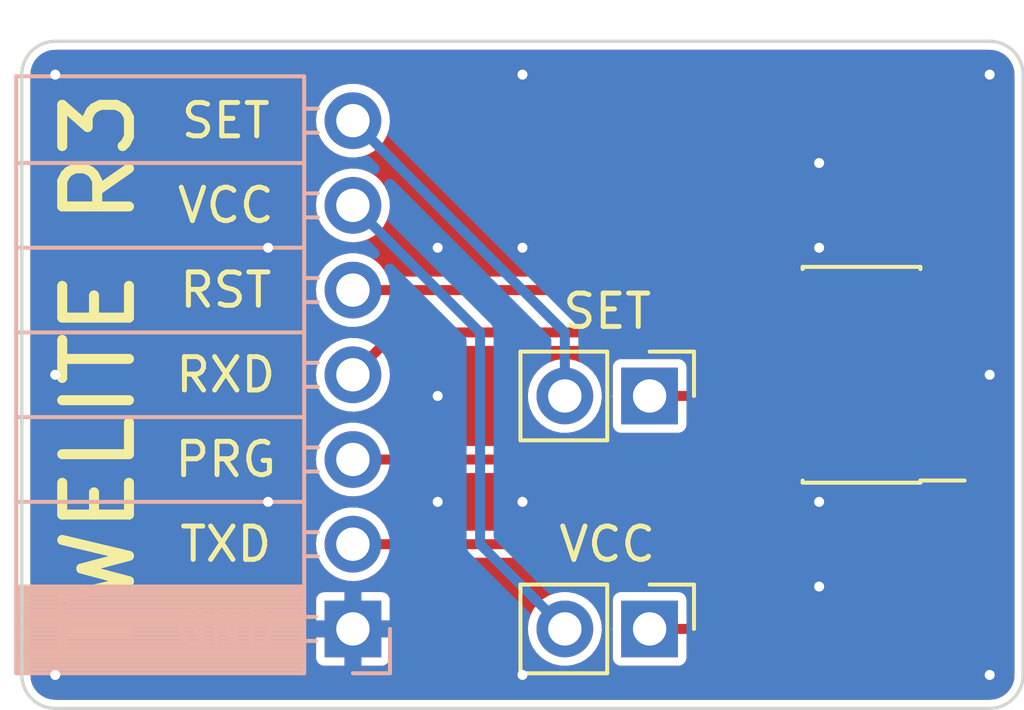
<source format=kicad_pcb>
(kicad_pcb (version 20211014) (generator pcbnew)
  (layers (0 "F.Cu" signal) (31 "B.Cu" signal) (34 "B.Paste" user) (35 "F.Paste" user) (36 "B.SilkS" user "B.Silkscreen") (37 "F.SilkS" user "F.Silkscreen") (38 "B.Mask" user) (39 "F.Mask" user) (44 "Edge.Cuts" user))
  (net 0 "")
  (net 1 "+3.3V")
  (net 2 "/TWE_PRG")
  (net 3 "GND")
  (net 4 "/TWE_SET")
  (net 5 "/TWE_TX")
  (net 7 "/TWE_RX")
  (net 8 "/TWE_RST")
  (net 9 "VCC")
  (net 10 "Net-(JP2-Pad2)")
  (footprint "Connector_PinHeader_2.54mm:PinHeader_1x02_P2.54mm_Vertical" (layer "F.Cu") (at 153.81 107.62 -90)
    (fp_text reference "JP1" hide)
    (fp_text value "VCC")
    (fp_line (start -1.33 3.87) (end 1.33 3.87) (layer "F.SilkS") (width 0.12))
    (fp_line (start -1.33 1.27) (end -1.33 3.87) (layer "F.SilkS") (width 0.12))
    (fp_line (start -1.33 1.27) (end 1.33 1.27) (layer "F.SilkS") (width 0.12))
    (fp_line (start -1.33 -1.33) (end 0 -1.33) (layer "F.SilkS") (width 0.12))
    (fp_line (start -1.33 0) (end -1.33 -1.33) (layer "F.SilkS") (width 0.12))
    (fp_line (start 1.33 1.27) (end 1.33 3.87) (layer "F.SilkS") (width 0.12))
    (pad "1" thru_hole rect (at 0 0 270) (size 1.7 1.7) (drill 1) (layers *.Cu *.Mask) (net 1 "+3.3V"))
    (pad "2" thru_hole oval (at 0 2.54 270) (size 1.7 1.7) (drill 1) (layers *.Cu *.Mask) (net 9 "VCC"))
  )
  (footprint "Connector_PinHeader_1.27mm:PinHeader_2x05_P1.27mm_Vertical_SMD" (layer "F.Cu") (at 160.16 100 180)
    (fp_text reference "J1" hide)
    (fp_text value "TWELITER")
    (fp_line (start 1.765 3.17) (end 1.765 3.235) (layer "F.SilkS") (width 0.12))
    (fp_line (start -1.765 3.17) (end -1.765 3.235) (layer "F.SilkS") (width 0.12))
    (fp_line (start 1.765 -3.235) (end 1.765 -3.17) (layer "F.SilkS") (width 0.12))
    (fp_line (start -1.765 3.235) (end 1.765 3.235) (layer "F.SilkS") (width 0.12))
    (fp_line (start -1.765 -3.235) (end -1.765 -3.17) (layer "F.SilkS") (width 0.12))
    (fp_line (start -1.765 -3.235) (end 1.765 -3.235) (layer "F.SilkS") (width 0.12))
    (fp_line (start -3.09 -3.17) (end -1.765 -3.17) (layer "F.SilkS") (width 0.12))
    (pad "1" smd rect (at -1.95 -2.54 180) (size 2.4 0.74) (layers "F.Cu" "F.Paste" "F.Mask") (net 1 "+3.3V"))
    (pad "2" smd rect (at 1.95 -2.54 180) (size 2.4 0.74) (layers "F.Cu" "F.Paste" "F.Mask") (net 2 "/TWE_PRG"))
    (pad "3" smd rect (at -1.95 -1.27 180) (size 2.4 0.74) (layers "F.Cu" "F.Paste" "F.Mask") (net 3 "GND"))
    (pad "4" smd rect (at 1.95 -1.27 180) (size 2.4 0.74) (layers "F.Cu" "F.Paste" "F.Mask") (net 4 "/TWE_SET"))
    (pad "5" smd rect (at -1.95 0 180) (size 2.4 0.74) (layers "F.Cu" "F.Paste" "F.Mask") (net 3 "GND"))
    (pad "6" smd rect (at 1.95 0 180) (size 2.4 0.74) (layers "F.Cu" "F.Paste" "F.Mask") (net 5 "/TWE_TX"))
    (pad "7" smd rect (at -1.95 1.27 180) (size 2.4 0.74) (layers "F.Cu" "F.Paste" "F.Mask"))
    (pad "8" smd rect (at 1.95 1.27 180) (size 2.4 0.74) (layers "F.Cu" "F.Paste" "F.Mask") (net 7 "/TWE_RX"))
    (pad "9" smd rect (at -1.95 2.54 180) (size 2.4 0.74) (layers "F.Cu" "F.Paste" "F.Mask") (net 3 "GND"))
    (pad "10" smd rect (at 1.95 2.54 180) (size 2.4 0.74) (layers "F.Cu" "F.Paste" "F.Mask") (net 8 "/TWE_RST"))
  )
  (footprint "Connector_PinHeader_2.54mm:PinHeader_1x02_P2.54mm_Vertical" (layer "F.Cu") (at 153.81 100.635 -90)
    (fp_text reference "JP2" hide)
    (fp_text value "SET")
    (fp_line (start 1.33 1.27) (end 1.33 3.87) (layer "F.SilkS") (width 0.12))
    (fp_line (start -1.33 1.27) (end -1.33 3.87) (layer "F.SilkS") (width 0.12))
    (fp_line (start -1.33 -1.33) (end 0 -1.33) (layer "F.SilkS") (width 0.12))
    (fp_line (start -1.33 3.87) (end 1.33 3.87) (layer "F.SilkS") (width 0.12))
    (fp_line (start -1.33 0) (end -1.33 -1.33) (layer "F.SilkS") (width 0.12))
    (fp_line (start -1.33 1.27) (end 1.33 1.27) (layer "F.SilkS") (width 0.12))
    (pad "1" thru_hole rect (at 0 0 270) (size 1.7 1.7) (drill 1) (layers *.Cu *.Mask) (net 4 "/TWE_SET"))
    (pad "2" thru_hole oval (at 0 2.54 270) (size 1.7 1.7) (drill 1) (layers *.Cu *.Mask) (net 10 "Net-(JP2-Pad2)"))
  )
  (footprint "Connector_PinSocket_2.54mm:PinSocket_1x07_P2.54mm_Horizontal" (layer "B.Cu") (at 144.92 107.62)
    (fp_text reference "U1" hide)
    (fp_text value "TWELITE_R3")
    (fp_line (start -10.09 -0.561425) (end -1.46 -0.561425) (layer "B.SilkS") (width 0.12))
    (fp_line (start -10.09 -13.97) (end -1.46 -13.97) (layer "B.SilkS") (width 0.12))
    (fp_line (start -10.09 0.02905) (end -1.46 0.02905) (layer "B.SilkS") (width 0.12))
    (fp_line (start -10.09 0.73762) (end -1.46 0.73762) (layer "B.SilkS") (width 0.12))
    (fp_line (start -1.46 -7.98) (end -1.05 -7.98) (layer "B.SilkS") (width 0.12))
    (fp_line (start -1.46 -15.6) (end -1.05 -15.6) (layer "B.SilkS") (width 0.12))
    (fp_line (start -10.09 -3.81) (end -1.46 -3.81) (layer "B.SilkS") (width 0.12))
    (fp_line (start -10.09 -11.43) (end -1.46 -11.43) (layer "B.SilkS") (width 0.12))
    (fp_line (start -1.46 -13.06) (end -1.05 -13.06) (layer "B.SilkS") (width 0.12))
    (fp_line (start -10.09 1.33) (end -10.09 -16.57) (layer "B.SilkS") (width 0.12))
    (fp_line (start -10.09 -0.20714) (end -1.46 -0.20714) (layer "B.SilkS") (width 0.12))
    (fp_line (start -1.46 -5.44) (end -1.05 -5.44) (layer "B.SilkS") (width 0.12))
    (fp_line (start 0 1.33) (end 1.11 1.33) (layer "B.SilkS") (width 0.12))
    (fp_line (start -10.09 -8.89) (end -1.46 -8.89) (layer "B.SilkS") (width 0.12))
    (fp_line (start -10.09 0.619525) (end -1.46 0.619525) (layer "B.SilkS") (width 0.12))
    (fp_line (start -10.09 -6.35) (end -1.46 -6.35) (layer "B.SilkS") (width 0.12))
    (fp_line (start -1.46 -0.36) (end -1.11 -0.36) (layer "B.SilkS") (width 0.12))
    (fp_line (start -10.09 -0.089045) (end -1.46 -0.089045) (layer "B.SilkS") (width 0.12))
    (fp_line (start -10.09 -0.44333) (end -1.46 -0.44333) (layer "B.SilkS") (width 0.12))
    (fp_line (start -10.09 1.091905) (end -1.46 1.091905) (layer "B.SilkS") (width 0.12))
    (fp_line (start -10.09 -1.27) (end -1.46 -1.27) (layer "B.SilkS") (width 0.12))
    (fp_line (start -1.46 -2.18) (end -1.05 -2.18) (layer "B.SilkS") (width 0.12))
    (fp_line (start -1.46 -10.52) (end -1.05 -10.52) (layer "B.SilkS") (width 0.12))
    (fp_line (start -10.09 0.50143) (end -1.46 0.50143) (layer "B.SilkS") (width 0.12))
    (fp_line (start -10.09 0.855715) (end -1.46 0.855715) (layer "B.SilkS") (width 0.12))
    (fp_line (start -10.09 0.26524) (end -1.46 0.26524) (layer "B.SilkS") (width 0.12))
    (fp_line (start -10.09 1.33) (end -1.46 1.33) (layer "B.SilkS") (width 0.12))
    (fp_line (start -10.09 -0.67952) (end -1.46 -0.67952) (layer "B.SilkS") (width 0.12))
    (fp_line (start -10.09 -1.033805) (end -1.46 -1.033805) (layer "B.SilkS") (width 0.12))
    (fp_line (start -10.09 -0.91571) (end -1.46 -0.91571) (layer "B.SilkS") (width 0.12))
    (fp_line (start -1.46 -2.9) (end -1.05 -2.9) (layer "B.SilkS") (width 0.12))
    (fp_line (start -1.46 -12.34) (end -1.05 -12.34) (layer "B.SilkS") (width 0.12))
    (fp_line (start -10.09 -0.325235) (end -1.46 -0.325235) (layer "B.SilkS") (width 0.12))
    (fp_line (start -10.09 0.383335) (end -1.46 0.383335) (layer "B.SilkS") (width 0.12))
    (fp_line (start -10.09 -1.1519) (end -1.46 -1.1519) (layer "B.SilkS") (width 0.12))
    (fp_line (start -10.09 0.147145) (end -1.46 0.147145) (layer "B.SilkS") (width 0.12))
    (fp_line (start -1.46 -7.26) (end -1.05 -7.26) (layer "B.SilkS") (width 0.12))
    (fp_line (start -1.46 -14.88) (end -1.05 -14.88) (layer "B.SilkS") (width 0.12))
    (fp_line (start -1.46 0.36) (end -1.11 0.36) (layer "B.SilkS") (width 0.12))
    (fp_line (start -10.09 -16.57) (end -1.46 -16.57) (layer "B.SilkS") (width 0.12))
    (fp_line (start -10.09 -0.797615) (end -1.46 -0.797615) (layer "B.SilkS") (width 0.12))
    (fp_line (start 1.11 1.33) (end 1.11 0) (layer "B.SilkS") (width 0.12))
    (fp_line (start -10.09 0.97381) (end -1.46 0.97381) (layer "B.SilkS") (width 0.12))
    (fp_line (start -1.46 -4.72) (end -1.05 -4.72) (layer "B.SilkS") (width 0.12))
    (fp_line (start -1.46 -9.8) (end -1.05 -9.8) (layer "B.SilkS") (width 0.12))
    (fp_line (start -1.46 1.33) (end -1.46 -16.57) (layer "B.SilkS") (width 0.12))
    (fp_line (start -10.09 1.21) (end -1.46 1.21) (layer "B.SilkS") (width 0.12))
    (pad "1" thru_hole rect (at 0 0) (size 1.7 1.7) (drill 1) (layers *.Cu *.Mask) (net 3 "GND"))
    (pad "2" thru_hole oval (at 0 -2.54) (size 1.7 1.7) (drill 1) (layers *.Cu *.Mask) (net 5 "/TWE_TX"))
    (pad "3" thru_hole oval (at 0 -5.08) (size 1.7 1.7) (drill 1) (layers *.Cu *.Mask) (net 2 "/TWE_PRG"))
    (pad "4" thru_hole oval (at 0 -7.62) (size 1.7 1.7) (drill 1) (layers *.Cu *.Mask) (net 7 "/TWE_RX"))
    (pad "5" thru_hole oval (at 0 -10.16) (size 1.7 1.7) (drill 1) (layers *.Cu *.Mask) (net 8 "/TWE_RST"))
    (pad "6" thru_hole oval (at 0 -12.7) (size 1.7 1.7) (drill 1) (layers *.Cu *.Mask) (net 9 "VCC"))
    (pad "7" thru_hole oval (at 0 -15.24) (size 1.7 1.7) (drill 1) (layers *.Cu *.Mask) (net 10 "Net-(JP2-Pad2)"))
  )
  (gr_line (start 136 110) (end 164 110) (layer "Edge.Cuts") (width 0.1))
  (gr_arc (start 164 90) (mid 164.707107 90.292893) (end 165 91) (layer "Edge.Cuts") (width 0.1))
  (gr_line (start 135 91) (end 135 109) (layer "Edge.Cuts") (width 0.1))
  (gr_arc (start 135 91) (mid 135.292893 90.292893) (end 136 90) (layer "Edge.Cuts") (width 0.1))
  (gr_line (start 165 109) (end 165 91) (layer "Edge.Cuts") (width 0.1))
  (gr_line (start 164 90) (end 136 90) (layer "Edge.Cuts") (width 0.1))
  (gr_arc (start 136 110) (mid 135.292893 109.707107) (end 135 109) (layer "Edge.Cuts") (width 0.1))
  (gr_arc (start 165 109) (mid 164.707107 109.707107) (end 164 110) (layer "Edge.Cuts") (width 0.1))
  (gr_text "TXD" (at 141.11 105.08) (layer "F.SilkS") (effects (font (size 1 1))))
  (gr_text "TWELITE R3" (at 137.3 100 90) (layer "F.SilkS") (effects (font (size 2 2) (thickness 0.3))))
  (gr_text "SET" (at 152.54 98.095) (layer "F.SilkS") (effects (font (size 1 1))))
  (gr_text "RXD" (at 141.11 100) (layer "F.SilkS") (effects (font (size 1 1))))
  (gr_text "SET" (at 141.11 92.38) (layer "F.SilkS") (effects (font (size 1 1))))
  (gr_text "VCC" (at 152.54 105.08) (layer "F.SilkS") (effects (font (size 1 1))))
  (gr_text "GND" (at 141.11 107.62) (layer "F.SilkS") (effects (font (size 1 1))))
  (gr_text "RST" (at 141.11 97.46) (layer "F.SilkS") (effects (font (size 1 1))))
  (gr_text "VCC" (at 141.11 94.92) (layer "F.SilkS") (effects (font (size 1 1))))
  (gr_text "PRG" (at 141.11 102.54) (layer "F.SilkS") (effects (font (size 1 1))))
  (segment (start 158.89 107.62) (end 162.11 104.4) (width 0.3) (layer "F.Cu") (net 1))
  (segment (start 162.11 104.4) (end 162.11 102.54) (width 0.3) (layer "F.Cu") (net 1))
  (segment (start 153.81 107.62) (end 158.89 107.62) (width 0.3) (layer "F.Cu") (net 1))
  (segment (start 158.21 102.54) (end 144.92 102.54) (width 0.3) (layer "F.Cu") (net 2))
  (via (at 158.89 93.65) (size 0.6) (drill 0.3) (layers "F.Cu" "B.Cu") (net 3))
  (via (at 147.46 103.81) (size 0.6) (drill 0.3) (layers "F.Cu" "B.Cu") (net 3))
  (via (at 164 100) (size 0.6) (drill 0.3) (layers "F.Cu" "B.Cu") (net 3))
  (via (at 164 109) (size 0.6) (drill 0.3) (layers "F.Cu" "B.Cu") (net 3))
  (via (at 142.38 103.81) (size 0.6) (drill 0.3) (layers "F.Cu" "B.Cu") (net 3))
  (via (at 150 91) (size 0.6) (drill 0.3) (layers "F.Cu" "B.Cu") (net 3))
  (via (at 150 103.81) (size 0.6) (drill 0.3) (layers "F.Cu" "B.Cu") (net 3))
  (via (at 158.89 96.19) (size 0.6) (drill 0.3) (layers "F.Cu" "B.Cu") (net 3))
  (via (at 150 96.19) (size 0.6) (drill 0.3) (layers "F.Cu" "B.Cu") (net 3))
  (via (at 142.38 96.19) (size 0.6) (drill 0.3) (layers "F.Cu" "B.Cu") (net 3))
  (via (at 136 100) (size 0.6) (drill 0.3) (layers "F.Cu" "B.Cu") (net 3))
  (via (at 136 109) (size 0.6) (drill 0.3) (layers "F.Cu" "B.Cu") (net 3))
  (via (at 136 91) (size 0.6) (drill 0.3) (layers "F.Cu" "B.Cu") (net 3))
  (via (at 147.46 96.19) (size 0.6) (drill 0.3) (layers "F.Cu" "B.Cu") (net 3))
  (via (at 147.46 100.635) (size 0.6) (drill 0.3) (layers "F.Cu" "B.Cu") (net 3))
  (via (at 158.89 106.35) (size 0.6) (drill 0.3) (layers "F.Cu" "B.Cu") (net 3))
  (via (at 150 109) (size 0.6) (drill 0.3) (layers "F.Cu" "B.Cu") (net 3))
  (via (at 158.89 103.81) (size 0.6) (drill 0.3) (layers "F.Cu" "B.Cu") (net 3))
  (via (at 164 91) (size 0.6) (drill 0.3) (layers "F.Cu" "B.Cu") (net 3))
  (segment (start 158.21 101.27) (end 156.35 101.27) (width 0.3) (layer "F.Cu") (net 4))
  (segment (start 155.715 100.635) (end 153.81 100.635) (width 0.3) (layer "F.Cu") (net 4))
  (segment (start 156.35 101.27) (end 155.715 100.635) (width 0.3) (layer "F.Cu") (net 4))
  (segment (start 158.89 105.08) (end 160.16 103.81) (width 0.3) (layer "F.Cu") (net 5))
  (segment (start 160.16 103.81) (end 160.16 100.635) (width 0.3) (layer "F.Cu") (net 5))
  (segment (start 159.525 100) (end 158.21 100) (width 0.3) (layer "F.Cu") (net 5))
  (segment (start 144.92 105.08) (end 158.89 105.08) (width 0.3) (layer "F.Cu") (net 5))
  (arc (start 160.16 100.635) (mid 159.974013 100.185987) (end 159.525 100) (width 0.3) (layer "F.Cu") (net 5))
  (segment (start 146.19 98.73) (end 144.92 100) (width 0.3) (layer "F.Cu") (net 7))
  (segment (start 158.21 98.73) (end 146.19 98.73) (width 0.3) (layer "F.Cu") (net 7))
  (segment (start 144.92 97.46) (end 158.21 97.46) (width 0.3) (layer "F.Cu") (net 8))
  (segment (start 144.92 94.92) (end 148.73 98.73) (width 0.3) (layer "B.Cu") (net 9))
  (segment (start 148.73 98.73) (end 148.73 105.08) (width 0.3) (layer "B.Cu") (net 9))
  (segment (start 148.73 105.08) (end 151.27 107.62) (width 0.3) (layer "B.Cu") (net 9))
  (segment (start 151.27 100.635) (end 151.27 98.73) (width 0.3) (layer "B.Cu") (net 10))
  (segment (start 151.27 98.73) (end 144.92 92.38) (width 0.3) (layer "B.Cu") (net 10))
  (zone (net 3) (net_name "GND") (layers F&B.Cu) (connect_pads (clearance 0.254)) (min_thickness 0.33) (fill yes (thermal_gap 0.254) (thermal_bridge_width 0.508))
    (polygon (pts (xy 165 110) (xy 135 110) (xy 135 90) (xy 165 90)))
  )
)
</source>
